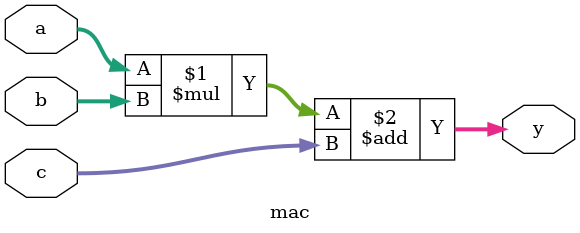
<source format=v>
module matmul #(
    parameter N = 4,
    parameter L = 16,
    localparam W = N * L    // Bit width of data ports
) (
    input clk, rst,
    input [1:0] op,
    input [W - 1:0] a, b,
    output [W - 1:0] c
);

wire calc, clr, _rst;
wire [L - 1:0] a0, a1, a2, a3, b0, b1, b2, b3;
wire [W - 1:0] _c[0: N - 1];
reg [1:0] tick = 0;

assign {calc, clr} = op;
assign {a3, a2, a1, a0, b3, b2, b1, b0} = calc ? {a, b} : 0;
assign _rst = rst || clr;

always @ (posedge clk) tick <= _rst ? 3 : tick + 1;
assign c = _c[tick];

systolic_unit u00(clk, _rst, a0, b0, _c[0][15:0]);
systolic_unit u01(clk, _rst, a0, b1, _c[0][31:16]);
systolic_unit u02(clk, _rst, a0, b2, _c[0][47:32]);
systolic_unit u03(clk, _rst, a0, b3, _c[0][63:48]);

systolic_unit u10(clk, _rst, a1, b0, _c[1][15:0]);
systolic_unit u11(clk, _rst, a1, b1, _c[1][31:16]);
systolic_unit u12(clk, _rst, a1, b2, _c[1][47:32]);
systolic_unit u13(clk, _rst, a1, b3, _c[1][63:48]);

systolic_unit u20(clk, _rst, a2, b0, _c[2][15:0]);
systolic_unit u21(clk, _rst, a2, b1, _c[2][31:16]);
systolic_unit u22(clk, _rst, a2, b2, _c[2][47:32]);
systolic_unit u23(clk, _rst, a2, b3, _c[2][63:48]);

systolic_unit u30(clk, _rst, a3, b0, _c[3][15:0]);
systolic_unit u31(clk, _rst, a3, b1, _c[3][31:16]);
systolic_unit u32(clk, _rst, a3, b2, _c[3][47:32]);
systolic_unit u33(clk, _rst, a3, b3, _c[3][63:48]);

endmodule

module systolic_unit(
    input clk, rst,
    input [15:0] a, b,
    output reg [15:0] c = 0
);

mac m(a, b, c);
always @(posedge clk) c <= rst ? 0 : m.y;

endmodule

module mac(
    input signed [15:0] a,
    input signed [15:0] b,
    input signed [15:0] c,
    output signed [15:0] y
);

assign y = a * b + c;

endmodule

</source>
